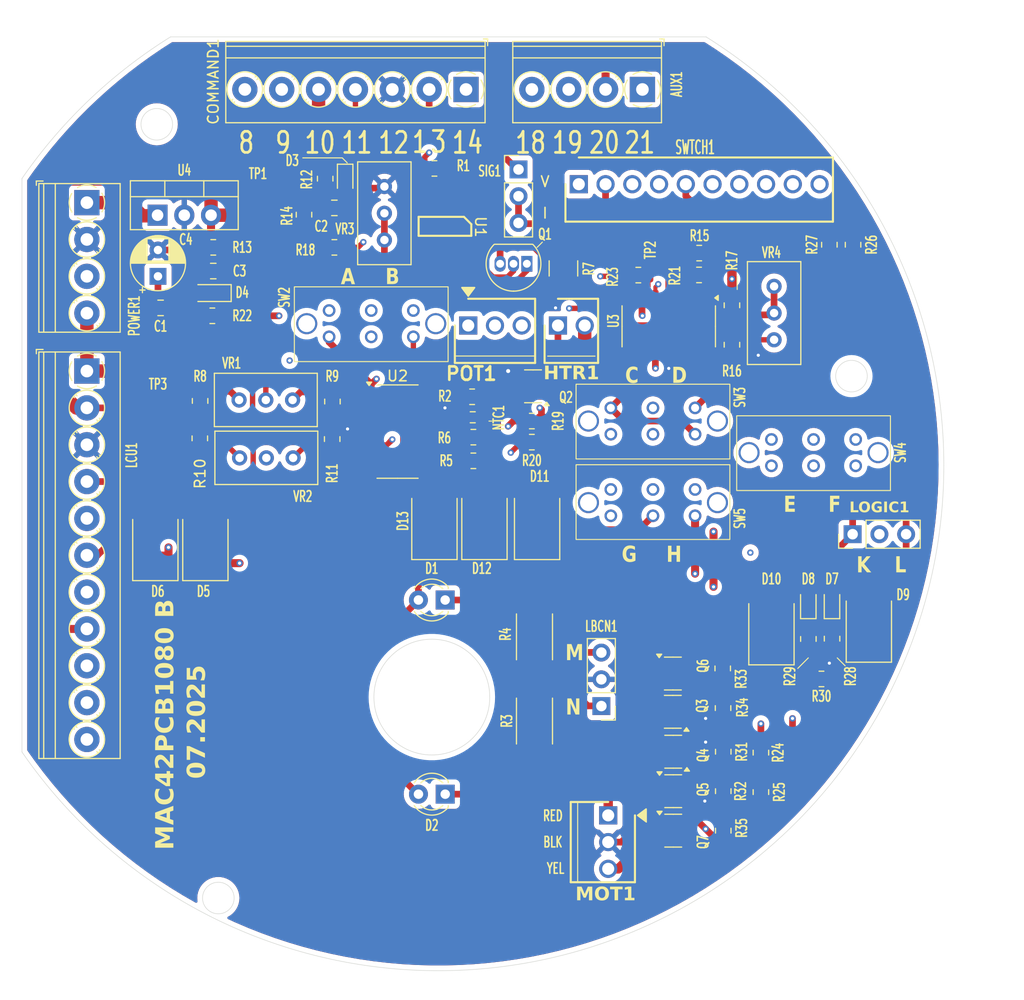
<source format=kicad_pcb>
(kicad_pcb
	(version 20240108)
	(generator "pcbnew")
	(generator_version "8.0")
	(general
		(thickness 1.5875)
		(legacy_teardrops no)
	)
	(paper "A")
	(title_block
		(title "AC AIOC")
		(date "2025-07-09")
		(rev "A")
		(company "Max-Air Technology, Inc.")
	)
	(layers
		(0 "F.Cu" mixed)
		(1 "In1.Cu" signal)
		(2 "In2.Cu" signal)
		(31 "B.Cu" mixed)
		(32 "B.Adhes" user "B.Adhesive")
		(33 "F.Adhes" user "F.Adhesive")
		(34 "B.Paste" user)
		(35 "F.Paste" user)
		(36 "B.SilkS" user "B.Silkscreen")
		(37 "F.SilkS" user "F.Silkscreen")
		(38 "B.Mask" user)
		(39 "F.Mask" user)
		(40 "Dwgs.User" user "User.Drawings")
		(41 "Cmts.User" user "User.Comments")
		(42 "Eco1.User" user "User.Eco1")
		(43 "Eco2.User" user "User.Eco2")
		(44 "Edge.Cuts" user)
		(45 "Margin" user)
		(46 "B.CrtYd" user "B.Courtyard")
		(47 "F.CrtYd" user "F.Courtyard")
		(48 "B.Fab" user)
		(49 "F.Fab" user)
		(50 "User.1" user)
		(51 "User.2" user)
		(52 "User.3" user)
		(53 "User.4" user)
		(54 "User.5" user)
		(55 "User.6" user)
		(56 "User.7" user)
		(57 "User.8" user)
		(58 "User.9" user)
	)
	(setup
		(stackup
			(layer "F.SilkS"
				(type "Top Silk Screen")
				(color "White")
				(material "Liquid Photo")
			)
			(layer "F.Paste"
				(type "Top Solder Paste")
			)
			(layer "F.Mask"
				(type "Top Solder Mask")
				(color "Purple")
				(thickness 0.01)
				(material "Liquid Ink")
				(epsilon_r 3.3)
				(loss_tangent 0)
			)
			(layer "F.Cu"
				(type "copper")
				(thickness 0.069596)
			)
			(layer "dielectric 1"
				(type "prepreg")
				(color "FR4 natural")
				(thickness 0.1)
				(material "FR4")
				(epsilon_r 4.5)
				(loss_tangent 0.02)
			)
			(layer "In1.Cu"
				(type "copper")
				(thickness 0.069596)
			)
			(layer "dielectric 2"
				(type "core")
				(thickness 1.089116)
				(material "FR4")
				(epsilon_r 4.5)
				(loss_tangent 0.02)
			)
			(layer "In2.Cu"
				(type "copper")
				(thickness 0.069596)
			)
			(layer "dielectric 3"
				(type "prepreg")
				(thickness 0.1)
				(material "FR4")
				(epsilon_r 4.5)
				(loss_tangent 0.02)
			)
			(layer "B.Cu"
				(type "copper")
				(thickness 0.069596)
			)
			(layer "B.Mask"
				(type "Bottom Solder Mask")
				(color "Purple")
				(thickness 0.01)
				(material "Liquid Ink")
				(epsilon_r 3.3)
				(loss_tangent 0)
			)
			(layer "B.Paste"
				(type "Bottom Solder Paste")
			)
			(layer "B.SilkS"
				(type "Bottom Silk Screen")
				(material "Liquid Photo")
			)
			(copper_finish "HAL SnPb")
			(dielectric_constraints no)
		)
		(pad_to_mask_clearance 0)
		(allow_soldermask_bridges_in_footprints no)
		(pcbplotparams
			(layerselection 0x00010ff_ffffffff)
			(plot_on_all_layers_selection 0x0000000_00000000)
			(disableapertmacros no)
			(usegerberextensions no)
			(usegerberattributes yes)
			(usegerberadvancedattributes yes)
			(creategerberjobfile yes)
			(dashed_line_dash_ratio 12.000000)
			(dashed_line_gap_ratio 3.000000)
			(svgprecision 4)
			(plotframeref no)
			(viasonmask yes)
			(mode 1)
			(useauxorigin no)
			(hpglpennumber 1)
			(hpglpenspeed 20)
			(hpglpendiameter 15.000000)
			(pdf_front_fp_property_popups yes)
			(pdf_back_fp_property_popups yes)
			(dxfpolygonmode yes)
			(dxfimperialunits yes)
			(dxfusepcbnewfont yes)
			(psnegative no)
			(psa4output no)
			(plotreference yes)
			(plotvalue yes)
			(plotfptext yes)
			(plotinvisibletext no)
			(sketchpadsonfab no)
			(subtractmaskfromsilk no)
			(outputformat 3)
			(mirror no)
			(drillshape 0)
			(scaleselection 1)
			(outputdirectory "Gen2.5 AC OCJ Round 020825_cam/")
		)
	)
	(net 0 "")
	(net 1 "CW ACOM")
	(net 2 "FULL CCW")
	(net 3 "CCW ACOM")
	(net 4 "FULL CW")
	(net 5 "+24VDC")
	(net 6 "GND(DC)")
	(net 7 "FB-")
	(net 8 "SIG+ IN")
	(net 9 "+12VDC")
	(net 10 "CCW COMMAND")
	(net 11 "FB+")
	(net 12 "CW MOT")
	(net 13 "CCW MOT")
	(net 14 "CW COMMAND")
	(net 15 "+24VDC IN")
	(net 16 "CCW COM")
	(net 17 "CW COM")
	(net 18 "DRV CCW")
	(net 19 "DRV CW")
	(net 20 "+24V BATT")
	(net 21 "Net-(D10-K)")
	(net 22 "EOT OUT")
	(net 23 "FB Signal")
	(net 24 "CW EOT")
	(net 25 "CCW EOT")
	(net 26 "Net-(LBCN1-Pin_3)")
	(net 27 "Net-(LBCN1-Pin_1)")
	(net 28 "Net-(D1-K)")
	(net 29 "Net-(D3-K)")
	(net 30 "Net-(D5-A)")
	(net 31 "Net-(D6-A)")
	(net 32 "Net-(D7-A)")
	(net 33 "Net-(D7-K)")
	(net 34 "Net-(D8-K)")
	(net 35 "Net-(D10-A)")
	(net 36 "Net-(D11-K)")
	(net 37 "Net-(D13-K)")
	(net 38 "Net-(LOGIC1-Pin_2)")
	(net 39 "Net-(MOT1-Pin_3)")
	(net 40 "Net-(MOT1-Pin_1)")
	(net 41 "Net-(U2C-+)")
	(net 42 "Net-(POT1-Pin_2)")
	(net 43 "Net-(POT1-Pin_3)")
	(net 44 "Net-(POT1-Pin_1)")
	(net 45 "Net-(Q1-E)")
	(net 46 "Net-(Q1-B)")
	(net 47 "Net-(Q2-G)")
	(net 48 "Net-(Q3-S)")
	(net 49 "Net-(Q3-D)")
	(net 50 "Net-(Q4-G)")
	(net 51 "Net-(Q4-S)")
	(net 52 "Net-(Q5-G)")
	(net 53 "Net-(U1-IIN)")
	(net 54 "Net-(R5-Pad2)")
	(net 55 "Net-(R8-Pad2)")
	(net 56 "Net-(R9-Pad1)")
	(net 57 "Net-(R10-Pad2)")
	(net 58 "Net-(R11-Pad1)")
	(net 59 "Net-(R14-Pad2)")
	(net 60 "Net-(U3C-+)")
	(net 61 "Net-(U3D--)")
	(net 62 "Net-(R17-Pad2)")
	(net 63 "Net-(U3A--)")
	(net 64 "Net-(U3A-+)")
	(net 65 "Net-(U2A--)")
	(net 66 "Net-(U3C--)")
	(net 67 "Net-(U3B--)")
	(net 68 "Net-(SW3-B-Pad5)")
	(net 69 "Net-(SW3-A-Pad1)")
	(net 70 "Net-(SW3-A-Pad4)")
	(net 71 "Net-(SW3-B-Pad2)")
	(net 72 "unconnected-(U1-VREG-Pad8)")
	(net 73 "unconnected-(U1-VREF-Pad1)")
	(net 74 "unconnected-(U1-IRET-Pad3)")
	(net 75 "Net-(U2A-+)")
	(net 76 "Net-(U2B-+)")
	(net 77 "Net-(U2B--)")
	(net 78 "Net-(HTR1-Pin_1)")
	(net 79 "Net-(SIG1-Pin_2)")
	(footprint "Resistor_SMD:R_0805_2012Metric" (layer "F.Cu") (at 117 103.0875 90))
	(footprint "Package_TO_SOT_SMD:SOT-23-3" (layer "F.Cu") (at 161.925 136.4125 180))
	(footprint "Diode_SMD:D_TUMD2" (layer "F.Cu") (at 118.040654 92.842187 180))
	(footprint "Capacitor_SMD:C_0805_2012Metric" (layer "F.Cu") (at 129.75 84.75 180))
	(footprint "Resistor_SMD:R_0805_2012Metric" (layer "F.Cu") (at 129.542117 106.710583 90))
	(footprint "Resistor_SMD:R_0805_2012Metric" (layer "F.Cu") (at 164.374484 91.120356 180))
	(footprint "LED_SMD:LED_0603_1608Metric" (layer "F.Cu") (at 177 122.2875 90))
	(footprint "MaxAir:TEC_640456_01x02_P2.54" (layer "F.Cu") (at 150.98 95.922 180))
	(footprint "Resistor_SMD:R_0805_2012Metric" (layer "F.Cu") (at 158.609905 91.133497))
	(footprint "Resistor_SMD:R_0805_2012Metric" (layer "F.Cu") (at 166.675 140.1625 -90))
	(footprint "LED_SMD:LED_0603_1608Metric" (layer "F.Cu") (at 130.774117 82.085672 -90))
	(footprint "MaxAir:TEC_640456_01x03_P2.54" (layer "F.Cu") (at 142.46 95.922 180))
	(footprint "Resistor_SMD:R_0805_2012Metric" (layer "F.Cu") (at 126.865602 85.393424 -90))
	(footprint "Connector_PinHeader_2.54mm:PinHeader_1x03_P2.54mm_Vertical" (layer "F.Cu") (at 147.235203 81.099772))
	(footprint "Resistor_SMD:R_0805_2012Metric" (layer "F.Cu") (at 167.5 94 -90))
	(footprint "Diode_SMD:D_SMB" (layer "F.Cu") (at 112.75 116.5 90))
	(footprint "TerminalBlock_Phoenix:TerminalBlock_Phoenix_PT-1,5-4-3.5-H_1x04_P3.50mm_Horizontal" (layer "F.Cu") (at 106.25 84.25 -90))
	(footprint "Resistor_SMD:R_0805_2012Metric" (layer "F.Cu") (at 166.675 143.9125 90))
	(footprint "Resistor_SMD:R_0805_2012Metric" (layer "F.Cu") (at 139.25 81))
	(footprint "Resistor_SMD:R_0805_2012Metric" (layer "F.Cu") (at 148.5 105 180))
	(footprint "TerminalBlock_Phoenix:TerminalBlock_Phoenix_PT-1,5-4-3.5-H_1x04_P3.50mm_Horizontal" (layer "F.Cu") (at 159 73.5 180))
	(footprint "Package_TO_SOT_SMD:SOT-23-3" (layer "F.Cu") (at 161.925 140.1625))
	(footprint "Resistor_SMD:R_0805_2012Metric" (layer "F.Cu") (at 170.25 136.5 90))
	(footprint "Resistor_SMD:R_0805_2012Metric" (layer "F.Cu") (at 176.75 88.25 90))
	(footprint "Capacitor_THT:CP_Radial_D5.0mm_P2.50mm" (layer "F.Cu") (at 113 91.25 90))
	(footprint "Resistor_SMD:R_0805_2012Metric" (layer "F.Cu") (at 177.006791 125.672603 90))
	(footprint "Package_TO_SOT_THT:TO-220-3_Vertical" (layer "F.Cu") (at 112.96 85.445))
	(footprint "MaxAir:MS2205L4" (layer "F.Cu") (at 133.25 95.75 180))
	(footprint "Package_SO:SOIC-14_3.9x8.7mm_P1.27mm"
		(layer "F.Cu")
		(uuid "5ed7a6dd-516d-4078-87d0-71cd0581a05e")
		(at 135.75 106)
		(descr "SOIC, 14 Pin (JEDEC MS-012AB, https://www.analog.com/media/en/package-pcb-resources/package/pkg_pdf/soic_narrow-r/r_14.pdf), generated with kicad-footprint-generator ipc_gullwing_generator.py")
		(tags "SOIC SO")
		(property "Reference" "U2"
			(at 0 -5.28 0)
			(layer "F.SilkS")
			(uuid "b5ca1bcb-7422-4410-98c1-48c20d6419ab")
			(effects
				(font
					(size 1 1)
					(thickness 0.15)
				)
			)
		)
		(property "Value" "LM324"
			(at 0 5.28 0)
			(layer "F.Fab")
			(uuid "13f0ac2a-9f28-4953-b1f2-7a24d12386e1")
			(effects
				(font
					(size 1 1)
					(thickness 0.15)
				)
			)
		)
		(property "Footprint" "Package_SO:SOIC-14_3.9x8.7mm_P1.27mm"
			(at 0 0 0)
			(layer "F.Fab")
			(hide yes)
			(uuid "7b848e73-ca09-4d75-85bf-d438f2b99586")
			(effects
				(font
					(size 1.27 1.27)
					(thickness 0.15)
				)
			)
		)
		(property "Datasheet" "http://www.ti.com/lit/ds/symlink/lm2902-n.pdf"
			(at 0 0 0)
			(layer "F.Fab")
			(hide yes)
			(uuid "e8cb973f-4ca8-470f-a775-2e86ba771812")
			(effects
				(font
					(size 1.27 1.27)
					(thickness 0.15)
				)
			)
		)
		(property "Description" "Low-Power, Quad-Operational Amplifiers, DIP-14/SOIC-14/SSOP-14"
			(at 0 0 0)
			(layer "F.Fab")
			(hide yes)
			(uuid "346f477c-6df1-4936-9812-cbb68228c2bb")
			(effects
				(font
					(size 1.27 1.27)
					(thickness 0.15)
				)
			)
		)
		(property "Mfg p/n" ""
			(at 0 0 0)
			(unlocked yes)
			(layer "F.Fab")
			(hide yes)
			(uuid "2124d481-101b-42a4-9172-8554eb49dc20")
			(effects
				(font
					(size 1 1)
					(thickness 0.15)
				)
			)
		)
		(property ki_fp_filters "SOIC*3.9x8.7mm*P1.27mm* DIP*W7.62mm* TSSOP*4.4x5mm*P0.65mm* SSOP*5.3x6.2mm*P0.65mm* MSOP*3x3mm*P0.5mm*")
		(path "/50530a90-4ddb-468c-95fe-caadfeda8f7b")
		(sheetname "Root")
		(sheetfile "Gen2.5 AC AIOC Round.kicad_sch")
		(attr smd)
		(fp_line
			(start 0 -4.435)
			(end -1.95 -4.435)
			(stroke
				(width 0.12)
				(type solid)
			)
			(layer "F.SilkS")
			(uuid "3f1f2c51-2396-4569-937f-8363840dfe02")
		)
		(fp_line
			(start 0 -4.435)
			(end 1.95 -4.435)
			(stroke
				(width 0.12)
				(type solid)
			)
			(layer "F.SilkS")
			(uuid "4eb1d903-ff19-49c4-bd5a-a4e1383e7bb9")
		)
		(fp_line
			(start 0 4.435)
			(end -1.95 4.435)
			(stroke
				(width 0.12)
				(type solid)
			)
			(layer "F.SilkS")
			(uuid "ad63948a-8a6a-433a-b3a9-06bdcbc36e85")
		)
		(fp_line
			(start 0 4.435)
			(end 1.95 4.435)
			(stroke
				(width 0.12)
				(type solid)
			)
			(layer "F.SilkS")
			(uuid "03da4af3-c367-4cc1-a96a-378561644ffb")
		)
		(fp_poly
			(pts
				(xy -2.7 -4.37) (xy -2.94 -4.7) (xy -2.46 -4.7) (xy -2.7 -4.37)
			)
			(stroke
				(width 0.12)
				(type solid)
			)
			(fill solid)
			(layer "F.SilkS")
			(uuid "d982c931-011b-4eab-bbc6-480b9c5c2cfc")
		)
		(fp_line
			(start -3.7 -4.58)
			(end -3.7 4.58)
			(stroke
				(width 0.05)
				(type solid)
			)
			(layer "F.CrtYd")
			(uuid "869d0348-2dc5-4163-a4e7-f62cd357b9f9")
		)
		(fp_line
			(start -3.7 4.58)
			(end 3.7 4.58)
			(stroke
				(width 0.05)
				(type solid)
			)
			(layer "F.CrtYd")
			(uuid "4c14eec6-e43b-4184-8758-d599b3726abd")
		)
		(fp_line
			(start 3.7 -4.58)
			(end -3.7 -4.58)
			(stroke
				(width 0.05)
				(type solid)
			)
			(layer "F.CrtYd")
			(uuid "3a3fe69f-3980-4b47-8579-7b3c3a2cb743")
		)
		(fp_line
			(start 3.7 4.58)
			(end 3.7 -4.58)
			(stroke
				(width 0.05)
				(type solid)
			)
			(layer "F.CrtYd")
			(uuid "0850ab52-e88a-45d0-b1e2-0eff8b4e5f03")
		)
		(fp_line
			(start -1.95 -3.35)
			(end -0.975 -4.325)
			(stroke
				(width 0.1)
				(type solid)
			)
			(layer "F.Fab")
			(uuid "262a93b9-a425-4b46-b8c4-3eb73215a7bc")
		)
		(fp_line
			(start -1.95 4.325)
			(end -1.95 -3.35)
			(stroke
				(width 0.1)
				(type solid)
			)
			(layer "F.Fab")
			(uuid "4cf26af6-358c-4731-aea5-7ce23036ce52")
		)
		(fp_line
			(start -0.975 -4.325)
			(end 1.95 -4.325)
			(stroke
				(width 0.1)
				(type solid)
			)
			(layer "F.Fab")
			(uuid "e317ea57-8f2b-4626-b873-a64cbcc9ab51")
		)
		(fp_line
			(start 1.95 -4.325)
			(end 1.95 4.325)
			(stroke
				(width 0.1)
				(type solid)
			)
			(layer "F.Fab")
			(uuid "390d22ad-bf44-4c79-99f0-9cf8ae3fa0e4")
		)
		(fp_line
			(start 1.95 4.325)
			(end -1.95 4.325)
			(stroke
				(width 0.1)
				(type solid)
			)
			(layer "F.Fab")
			(uuid "97372d36-e213-44fa-abd7-9af221b385a2")
		)
		(fp_text user "${REFERENCE}"
			(at 0 0 0)
			(layer "F.Fab")
			(uuid "254dcc86-4267-45d3-b845-caa49dd9023e")
			(effects
				(font
					(size 0.98 0.98)
					(thickness 0.15)
				)
			)
		)
		(pad "1" smd roundrect
			(at -2.475 -3.81)
			(size 1.95 0.6)
			(layers "F.Cu" "F.Paste" "F.Mask")
			(roundrect_rratio 0.25)
			(net 65 "Net-(U2A--)")
			(pintype "output")
			(uuid "d2018f6e-ae5a-4bc3-a807-d0703591a7c6")
		)
		(pad "2" smd roundrect
			(at -2.475 -2.54)
			(size 1.95 0.6)
			(layers "F.Cu" "F.Paste" "F.Mask")
			(roundrect_rratio 0.25)
			(net 65 "Net-(U2A--)")
			(pinfunction "-")
			(pintype "input")
			(uuid "bdb053d3-eded-4864-adc3-e8613c2a23d0")
		)
		(pad "3" smd roundrect
			(at -2.475 -1.27)
			(size 1.95 0.6)
			(layers "F.Cu" "F.Paste" "F.Mask")
			(roundrect_rratio 0.25)
			(net 75 "Net-(U2A-+)")
			(pinfunction "+")
			(pintype "input")
			(uuid "e79ef5d1-643f-4b07-a20a-c338ece6be42")
		)
		(pad "4" smd roundrect
			(at -2.475 0)
			(size 1.95 0.6)
			(layers "F.Cu" "F.Paste" "F.Mask")
			(roundrect_rratio 0.25)
			(net 5 "+24VDC")
			(pinfunction "V+")
			(pintype "power_in")
			(uuid "0d40e557-b873-4976-8983-c6b60087e680")
		)
		(pad "5" smd roundrect
			(at -2.475 1.27)
			(size 1.95 0.6)
			(layers "F.Cu" "F.Paste" "F.Mask")
			(roundrect_rratio 0.25)
			(net 76 "Net-(U2B-+)")
			(pinfunction "+")
			(pintype "input")
			(uuid "efe0f0af-09dc-4909-bc73-1b2409d3e50d")
		)
		(pad "6" smd roundrect
			(at -2.475 2.54)
			(size 1.95 0.6)
			(layers "F.Cu" "F.Paste" "F.Mask")
			(roundrect_rratio 0.25)
			(net 77 "Net-(U2B--)")
			(pinfunction "-")
			(pintype "input")
			(uuid "54790313-9d16-40c3-9434-694fbdcf4802")
		)
		(pad "7" smd roundrect
			(at -2.475 3.81)
			(size 1.95 0.6)
			(layers "F.Cu" "F.Paste" "F.Mask")
			(roundrect_rratio 0.25)
			(net 77 "Net-(U2B--)")
			(pintype "output")
			(uuid "6d7d220b-e026-411d-aaaf-d306dd00bdd8")
		)
		(pad "8" smd roundrect
			(at 2.475 3.81)
			(size 1.95 0.6)
			(layers "F.Cu" "F.Paste" "F.Mask")
			(roundrect_rratio 0.25)
			(net 54 "Net-(R5-Pad2)")
			(pintype "output")
			(uuid "46726e70-9ff0-4069-8612-e502fa03349e")
		)
		(pad "9" smd roundrect
			(at 2.475 2.54)
			(size 1.95 0.6)
			(layers "F.Cu" "F.Paste" "F.Mask")
			(roundrect_rratio 0.25)
			(net 9 "+12VDC")
			(pinfunction "-")
			(pintype "input")
			(uuid "c211541c-9d03-4845-8eef-a21676fd4cca")
		)
		(pad "10" smd roundrect
			(at 2.475 1.27)
			(size 1.95 0.6)
	
... [1408126 chars truncated]
</source>
